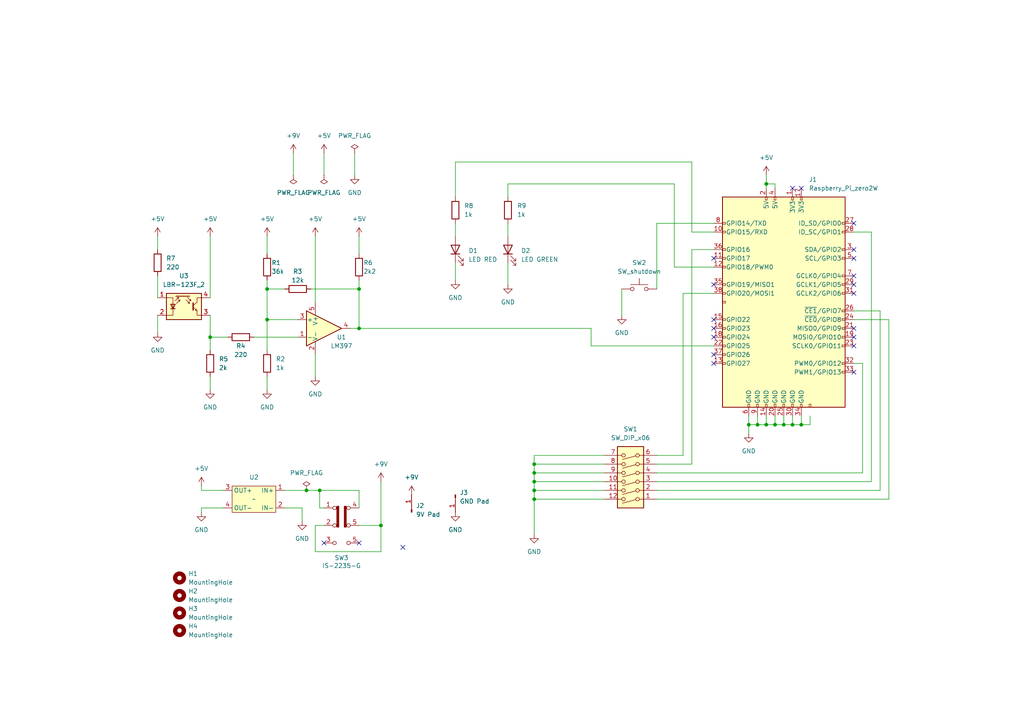
<source format=kicad_sch>
(kicad_sch (version 20231120) (generator "eeschema") (generator_version "8.0")
  (paper "A4")
  (title_block (title "FILM MAGAZINE") (rev "1") (company "frogman crafts"))
  (lib_symbols
    (symbol "Comparator:LM397" (pin_names (offset 0.127))
      (property "Reference" "U" (at 1.27 5.08 0))
      (property "Value" "LM397" (at 3.81 -5.08 0))
      (symbol "LM397_0_1"
        (polyline (pts (xy -5.08 5.08) (xy 5.08 0) (xy -5.08 -5.08) (xy -5.08 5.08)) (stroke (width 0.254)) (fill (type background)))
      )
      (symbol "LM397_1_1"
        (pin input line (at -7.62 -2.54 0) (length 2.54) (name "-") (number "1"))
        (pin power_in line (at -2.54 -7.62 90) (length 3.81) (name "V-") (number "2"))
        (pin input line (at -7.62 2.54 0) (length 2.54) (name "+") (number "3"))
        (pin open_collector line (at 7.62 0 180) (length 2.54) (name "~") (number "4"))
        (pin power_in line (at -2.54 7.62 270) (length 3.81) (name "V+") (number "5"))
      )
    )
    (symbol "Connector:Conn_01x01_Pin" (pin_names (offset 1.016) hide)
      (property "Reference" "J" (at 0 2.54 0))
      (property "Value" "Conn_01x01_Pin" (at 0 -2.54 0))
      (symbol "Conn_01x01_Pin_1_1"
        (polyline (pts (xy 1.27 0) (xy 0.8636 0)) (stroke (width 0.1524)))
        (rectangle (start 0.8636 0.127) (end 0 -0.127) (stroke (width 0.1524)) (fill (type outline)))
        (pin passive line (at 5.08 0 180) (length 3.81) (name "Pin_1") (number "1"))
      )
    )
    (symbol "Device:LED" (pin_numbers hide) (pin_names (offset 1.016) hide)
      (property "Reference" "D" (at 0 2.54 0))
      (property "Value" "LED" (at 0 -2.54 0))
      (symbol "LED_0_1"
        (polyline (pts (xy -1.27 -1.27) (xy -1.27 1.27)) (stroke (width 0.254)))
        (polyline (pts (xy -1.27 0) (xy 1.27 0)))
        (polyline (pts (xy 1.27 -1.27) (xy 1.27 1.27) (xy -1.27 0) (xy 1.27 -1.27)) (stroke (width 0.254)))
        (polyline (pts (xy -3.048 -0.762) (xy -4.572 -2.286) (xy -3.81 -2.286) (xy -4.572 -2.286) (xy -4.572 -1.524)))
        (polyline (pts (xy -1.778 -0.762) (xy -3.302 -2.286) (xy -2.54 -2.286) (xy -3.302 -2.286) (xy -3.302 -1.524)))
      )
      (symbol "LED_1_1"
        (pin passive line (at -3.81 0 0) (length 2.54) (name "K") (number "1"))
        (pin passive line (at 3.81 0 180) (length 2.54) (name "A") (number "2"))
      )
    )
    (symbol "Device:R" (pin_numbers hide) (pin_names (offset 0))
      (property "Reference" "R" (at 2.032 0 90))
      (property "Value" "R" (at 0 0 90))
      (symbol "R_0_1"
        (rectangle (start -1.016 -2.54) (end 1.016 2.54) (stroke (width 0.254)))
      )
      (symbol "R_1_1"
        (pin passive line (at 0 3.81 270) (length 1.27) (name "~") (number "1"))
        (pin passive line (at 0 -3.81 90) (length 1.27) (name "~") (number "2"))
      )
    )
    (symbol "Mechanical:MountingHole" (pin_names (offset 1.016))
      (property "Reference" "H" (at 0 5.08 0))
      (property "Value" "MountingHole" (at 0 3.175 0))
      (symbol "MountingHole_0_1"
        (circle (center 0 0) (radius 1.27) (stroke (width 1.27)))
      )
    )
    (symbol "Switch:SW_DIP_x06" (pin_names (offset 0) hide)
      (property "Reference" "SW" (at 0 11.43 0))
      (property "Value" "SW_DIP_x06" (at 0 -8.89 0))
      (symbol "SW_DIP_x06_0_0"
        (circle (center -2.032 -5.08) (radius 0.508))
        (circle (center -2.032 -2.54) (radius 0.508))
        (circle (center -2.032 0) (radius 0.508))
        (circle (center -2.032 2.54) (radius 0.508))
        (circle (center -2.032 5.08) (radius 0.508))
        (circle (center -2.032 7.62) (radius 0.508))
        (polyline (pts (xy -1.524 -4.9276) (xy 2.3622 -3.8862)))
        (polyline (pts (xy -1.524 -2.3876) (xy 2.3622 -1.3462)))
        (polyline (pts (xy -1.524 0.127) (xy 2.3622 1.1684)))
        (polyline (pts (xy -1.524 2.667) (xy 2.3622 3.7084)))
        (polyline (pts (xy -1.524 5.207) (xy 2.3622 6.2484)))
        (polyline (pts (xy -1.524 7.747) (xy 2.3622 8.7884)))
        (circle (center 2.032 -5.08) (radius 0.508))
        (circle (center 2.032 -2.54) (radius 0.508))
        (circle (center 2.032 0) (radius 0.508))
        (circle (center 2.032 2.54) (radius 0.508))
        (circle (center 2.032 5.08) (radius 0.508))
        (circle (center 2.032 7.62) (radius 0.508))
      )
      (symbol "SW_DIP_x06_0_1"
        (rectangle (start -3.81 10.16) (end 3.81 -7.62) (stroke (width 0.254)) (fill (type background)))
      )
      (symbol "SW_DIP_x06_1_1"
        (pin passive line (at -7.62 7.62 0) (length 5.08) (name "~") (number "1"))
        (pin passive line (at 7.62 2.54 180) (length 5.08) (name "~") (number "10"))
        (pin passive line (at 7.62 5.08 180) (length 5.08) (name "~") (number "11"))
        (pin passive line (at 7.62 7.62 180) (length 5.08) (name "~") (number "12"))
        (pin passive line (at -7.62 5.08 0) (length 5.08) (name "~") (number "2"))
        (pin passive line (at -7.62 2.54 0) (length 5.08) (name "~") (number "3"))
        (pin passive line (at -7.62 0 0) (length 5.08) (name "~") (number "4"))
        (pin passive line (at -7.62 -2.54 0) (length 5.08) (name "~") (number "5"))
        (pin passive line (at -7.62 -5.08 0) (length 5.08) (name "~") (number "6"))
        (pin passive line (at 7.62 -5.08 180) (length 5.08) (name "~") (number "7"))
        (pin passive line (at 7.62 -2.54 180) (length 5.08) (name "~") (number "8"))
        (pin passive line (at 7.62 0 180) (length 5.08) (name "~") (number "9"))
      )
    )
    (symbol "Switch:SW_Push" (pin_numbers hide) (pin_names (offset 1.016) hide)
      (property "Reference" "SW" (at 1.27 2.54 0))
      (property "Value" "SW_Push" (at 0 -1.524 0))
      (symbol "SW_Push_0_1"
        (circle (center -2.032 0) (radius 0.508))
        (polyline (pts (xy 0 1.27) (xy 0 3.048)))
        (polyline (pts (xy 2.54 1.27) (xy -2.54 1.27)))
        (circle (center 2.032 0) (radius 0.508))
        (pin passive line (at -5.08 0 0) (length 2.54) (name "1") (number "1"))
        (pin passive line (at 5.08 0 180) (length 2.54) (name "2") (number "2"))
      )
    )
    (symbol "crockwork_cinecamera:IS-2235-G" (pin_names (offset 0) hide)
      (property "Reference" "SW" (at 0 6.858 0))
      (property "Value" "IS-2235-G" (at 0 -8.128 0))
      (symbol "IS-2235-G_0_0"
        (circle (center -2.032 -5.08) (radius 0.508))
        (circle (center -2.032 5.08) (radius 0.508))
        (circle (center 2.032 -5.08) (radius 0.508))
        (circle (center 2.032 0) (radius 0.508))
      )
      (symbol "IS-2235-G_0_1"
        (circle (center -2.032 0) (radius 0.508))
        (circle (center 2.032 5.08) (radius 0.508))
      )
      (symbol "IS-2235-G_1_1"
        (rectangle (start -1.397 5.588) (end -0.762 -0.508) (fill (type outline)))
        (rectangle (start 0.762 5.588) (end 1.397 -0.508) (fill (type outline)))
        (pin passive line (at -5.08 5.08 0) (length 2.54) (name "A") (number "1"))
        (pin passive line (at -5.08 0 0) (length 2.54) (name "B") (number "2"))
        (pin passive line (at -5.08 -5.08 0) (length 2.54) (name "C") (number "3"))
        (pin passive line (at 5.08 5.08 180) (length 2.54) (name "C") (number "4"))
        (pin passive line (at 5.08 -5.08 180) (length 2.54) (name "A") (number "5"))
        (pin passive line (at 5.08 0 180) (length 2.54) (name "B") (number "5"))
      )
    )
    (symbol "crockwork_cinecamera:LBR-123F_2" (pin_names (offset 0.0254) hide)
      (property "Reference" "U" (at -3.81 5.08 0))
      (property "Value" "LBR-123F_2" (at 15.24 5.08 0))
      (symbol "LBR-123F_2_0_1"
        (polyline (pts (xy -3.81 -0.635) (xy -2.54 -0.635)) (stroke (width 0.254)))
        (polyline (pts (xy -2.286 2.921) (xy -2.032 3.175)))
        (polyline (pts (xy -1.778 2.921) (xy -1.524 3.175)))
        (polyline (pts (xy -1.524 2.667) (xy -1.651 2.159)))
        (polyline (pts (xy -1.27 2.921) (xy -1.016 3.175)))
        (polyline (pts (xy -1.143 1.905) (xy -1.27 1.397)))
        (polyline (pts (xy -0.762 2.921) (xy -0.508 3.175)))
        (polyline (pts (xy -0.254 2.921) (xy 0 3.175)))
        (polyline (pts (xy 0.254 2.921) (xy 0.508 3.175)))
        (polyline (pts (xy 0.762 2.921) (xy 1.016 3.175)))
        (polyline (pts (xy 1.27 2.921) (xy 1.524 3.175)))
        (polyline (pts (xy 1.651 0.889) (xy 1.143 1.016)))
        (polyline (pts (xy 1.778 2.921) (xy -2.413 2.921)))
        (polyline (pts (xy 2.032 1.651) (xy 1.524 1.778)))
        (polyline (pts (xy 2.667 0.254) (xy 3.81 1.27)))
        (polyline (pts (xy 2.794 -0.254) (xy 3.429 -0.889)))
        (polyline (pts (xy -2.54 1.651) (xy -1.524 2.667) (xy -2.032 2.54)))
        (polyline (pts (xy -2.159 0.889) (xy -1.143 1.905) (xy -1.651 1.778)))
        (polyline (pts (xy 0.635 1.905) (xy 1.651 0.889) (xy 1.524 1.397)))
        (polyline (pts (xy 1.016 2.667) (xy 2.032 1.651) (xy 1.905 2.159)))
        (polyline (pts (xy 2.667 1.016) (xy 2.667 -1.016) (xy 2.667 -1.016)) (stroke (width 0.3556)))
        (polyline (pts (xy 3.81 -1.27) (xy 3.81 -2.54) (xy 5.08 -2.54)))
        (polyline (pts (xy 3.81 1.27) (xy 3.81 2.54) (xy 5.08 2.54)))
        (polyline (pts (xy -5.08 -2.54) (xy -3.175 -2.54) (xy -3.175 2.54) (xy -5.08 2.54)))
        (polyline (pts (xy -3.175 -0.635) (xy -3.81 0.635) (xy -2.54 0.635) (xy -3.175 -0.635)) (stroke (width 0.254)))
        (polyline (pts (xy 3.81 -1.27) (xy 3.556 -0.762) (xy 3.302 -1.016) (xy 3.81 -1.27)))
        (polyline (pts (xy -5.08 -3.81) (xy 5.08 -3.81) (xy 5.08 3.81) (xy -5.08 3.81) (xy -5.08 -3.81)) (stroke (width 0.254)) (fill (type background)))
      )
      (symbol "LBR-123F_2_1_1"
        (pin input line (at -7.62 2.54 0) (length 2.54) (name "A") (number "1"))
        (pin power_in line (at -7.62 -2.54 0) (length 2.54) (name "K") (number "2"))
        (pin output line (at 7.62 -2.54 180) (length 2.54) (name "~") (number "3"))
        (pin power_in line (at 7.62 2.54 180) (length 2.54) (name "~") (number "4"))
      )
    )
    (symbol "crockwork_cinecamera:MP2307_DC-DC_converter_board"
      (property "Reference" "U" (at 1.27 5.08 0))
      (symbol "MP2307_DC-DC_converter_board_1_1"
        (rectangle (start -6.35 3.81) (end 6.35 -3.81) (fill (type background)))
        (pin power_in line (at 8.89 2.54 180) (length 2.54) (name "IN+") (number "1"))
        (pin power_in line (at 8.89 -2.54 180) (length 2.54) (name "IN-") (number "2"))
        (pin power_in line (at -8.89 2.54 0) (length 2.54) (name "OUT+") (number "3"))
        (pin power_in line (at -8.89 -2.54 0) (length 2.54) (name "OUT-") (number "4"))
      )
    )
    (symbol "crockwork_cinecamera:Raspberry_Pi_Zero2W_2x19" (pin_names (offset 1.016))
      (property "Reference" "J" (at -17.78 31.75 0))
      (property "Value" "Raspberry_Pi_zero2W" (at 10.16 -31.75 0))
      (symbol "Raspberry_Pi_Zero2W_2x19_0_1"
        (rectangle (start -17.78 30.48) (end 17.78 -30.48) (stroke (width 0.254)) (fill (type background)))
      )
      (symbol "Raspberry_Pi_Zero2W_2x19_1_1"
        (rectangle (start -16.891 -17.526) (end -17.78 -18.034))
        (rectangle (start -16.891 -14.986) (end -17.78 -15.494))
        (rectangle (start -16.891 -12.446) (end -17.78 -12.954))
        (rectangle (start -16.891 -9.906) (end -17.78 -10.414))
        (rectangle (start -16.891 -7.366) (end -17.78 -7.874))
        (rectangle (start -16.891 -4.826) (end -17.78 -5.334))
        (rectangle (start -16.891 0.254) (end -17.78 -0.254))
        (rectangle (start -16.891 2.794) (end -17.78 2.286))
        (rectangle (start -16.891 5.334) (end -17.78 4.826))
        (rectangle (start -16.891 10.414) (end -17.78 9.906))
        (rectangle (start -16.891 12.954) (end -17.78 12.446))
        (rectangle (start -16.891 15.494) (end -17.78 14.986))
        (rectangle (start -16.891 20.574) (end -17.78 20.066))
        (rectangle (start -16.891 23.114) (end -17.78 22.606))
        (rectangle (start -10.414 -29.591) (end -9.906 -30.48))
        (rectangle (start -7.874 -29.591) (end -7.366 -30.48))
        (rectangle (start -5.334 -29.591) (end -4.826 -30.48))
        (rectangle (start -5.334 30.48) (end -4.826 29.591))
        (rectangle (start -2.794 -29.591) (end -2.286 -30.48))
        (rectangle (start -2.794 30.48) (end -2.286 29.591))
        (rectangle (start -0.254 -29.591) (end 0.254 -30.48))
        (rectangle (start 2.286 -29.591) (end 2.794 -30.48))
        (rectangle (start 2.286 30.48) (end 2.794 29.591))
        (rectangle (start 4.826 -29.591) (end 5.334 -30.48))
        (rectangle (start 4.826 30.48) (end 5.334 29.591))
        (rectangle (start 7.366 -29.591) (end 7.874 -30.48))
        (rectangle (start 17.78 -20.066) (end 16.891 -20.574))
        (rectangle (start 17.78 -17.526) (end 16.891 -18.034))
        (rectangle (start 17.78 -12.446) (end 16.891 -12.954))
        (rectangle (start 17.78 -9.906) (end 16.891 -10.414))
        (rectangle (start 17.78 -7.366) (end 16.891 -7.874))
        (rectangle (start 17.78 -4.826) (end 16.891 -5.334))
        (rectangle (start 17.78 -2.286) (end 16.891 -2.794))
        (rectangle (start 17.78 2.794) (end 16.891 2.286))
        (rectangle (start 17.78 5.334) (end 16.891 4.826))
        (rectangle (start 17.78 7.874) (end 16.891 7.366))
        (rectangle (start 17.78 12.954) (end 16.891 12.446))
        (rectangle (start 17.78 15.494) (end 16.891 14.986))
        (rectangle (start 17.78 20.574) (end 16.891 20.066))
        (rectangle (start 17.78 23.114) (end 16.891 22.606))
        (pin power_in line (at 2.54 33.02 270) (length 2.54) (name "3V3") (number "1"))
        (pin bidirectional line (at -20.32 20.32 0) (length 2.54) (name "GPIO15/RXD") (number "10"))
        (pin bidirectional line (at -20.32 12.7 0) (length 2.54) (name "GPIO17") (number "11"))
        (pin bidirectional line (at -20.32 10.16 0) (length 2.54) (name "GPIO18/PWM0") (number "12"))
        (pin bidirectional line (at -20.32 -17.78 0) (length 2.54) (name "GPIO27") (number "13"))
        (pin power_in line (at -5.08 -33.02 90) (length 2.54) (name "GND") (number "14"))
        (pin bidirectional line (at -20.32 -5.08 0) (length 2.54) (name "GPIO22") (number "15"))
        (pin bidirectional line (at -20.32 -7.62 0) (length 2.54) (name "GPIO23") (number "16"))
        (pin power_in line (at 5.08 33.02 270) (length 2.54) (name "3V3") (number "17"))
        (pin bidirectional line (at -20.32 -10.16 0) (length 2.54) (name "GPIO24") (number "18"))
        (pin bidirectional line (at 20.32 -10.16 180) (length 2.54) (name "MOSI0/GPIO10") (number "19"))
        (pin power_in line (at -5.08 33.02 270) (length 2.54) (name "5V") (number "2"))
        (pin power_in line (at -2.54 -33.02 90) (length 2.54) (name "GND") (number "20"))
        (pin bidirectional line (at 20.32 -7.62 180) (length 2.54) (name "MISO0/GPIO9") (number "21"))
        (pin bidirectional line (at -20.32 -12.7 0) (length 2.54) (name "GPIO25") (number "22"))
        (pin bidirectional line (at 20.32 -12.7 180) (length 2.54) (name "SCLK0/GPIO11") (number "23"))
        (pin bidirectional line (at 20.32 -5.08 180) (length 2.54) (name "~{CE0}/GPIO8") (number "24"))
        (pin power_in line (at 0 -33.02 90) (length 2.54) (name "GND") (number "25"))
        (pin bidirectional line (at 20.32 -2.54 180) (length 2.54) (name "~{CE1}/GPIO7") (number "26"))
        (pin bidirectional line (at 20.32 22.86 180) (length 2.54) (name "ID_SD/GPIO0") (number "27"))
        (pin bidirectional line (at 20.32 20.32 180) (length 2.54) (name "ID_SC/GPIO1") (number "28"))
        (pin bidirectional line (at 20.32 5.08 180) (length 2.54) (name "GCLK1/GPIO5") (number "29"))
        (pin bidirectional line (at 20.32 15.24 180) (length 2.54) (name "SDA/GPIO2") (number "3"))
        (pin power_in line (at 2.54 -33.02 90) (length 2.54) (name "GND") (number "30"))
        (pin bidirectional line (at 20.32 2.54 180) (length 2.54) (name "GCLK2/GPIO6") (number "31"))
        (pin bidirectional line (at 20.32 -17.78 180) (length 2.54) (name "PWM0/GPIO12") (number "32"))
        (pin bidirectional line (at 20.32 -20.32 180) (length 2.54) (name "PWM1/GPIO13") (number "33"))
        (pin power_in line (at 5.08 -33.02 90) (length 2.54) (name "GND") (number "34"))
        (pin bidirectional line (at -20.32 5.08 0) (length 2.54) (name "GPIO19/MISO1") (number "35"))
        (pin bidirectional line (at -20.32 15.24 0) (length 2.54) (name "GPIO16") (number "36"))
        (pin bidirectional line (at -20.32 -15.24 0) (length 2.54) (name "GPIO26") (number "37"))
        (pin bidirectional line (at -20.32 2.54 0) (length 2.54) (name "GPIO20/MOSI1") (number "38"))
        (pin power_in line (at -2.54 33.02 270) (length 2.54) (name "5V") (number "4"))
        (pin bidirectional line (at 20.32 12.7 180) (length 2.54) (name "SCL/GPIO3") (number "5"))
        (pin power_in line (at -10.16 -33.02 90) (length 2.54) (name "GND") (number "6"))
        (pin bidirectional line (at 20.32 7.62 180) (length 2.54) (name "GCLK0/GPIO4") (number "7"))
        (pin bidirectional line (at -20.32 22.86 0) (length 2.54) (name "GPIO14/TXD") (number "8"))
        (pin power_in line (at -7.62 -33.02 90) (length 2.54) (name "GND") (number "9"))
      )
    )
    (symbol "power:+5V" (power) (pin_names (offset 0))
      (property "Value" "+5V" (at 0 3.556 0))
      (symbol "+5V_0_1"
        (polyline (pts (xy -0.762 1.27) (xy 0 2.54)))
        (polyline (pts (xy 0 0) (xy 0 2.54)))
        (polyline (pts (xy 0 2.54) (xy 0.762 1.27)))
      )
      (symbol "+5V_1_1"
        (pin power_in line (at 0 0 90) (length 0) hide (name "+5V") (number "1"))
      )
    )
    (symbol "power:+9V" (power) (pin_names (offset 0))
      (property "Value" "+9V" (at 0 3.556 0))
      (symbol "+9V_0_1"
        (polyline (pts (xy -0.762 1.27) (xy 0 2.54)))
        (polyline (pts (xy 0 0) (xy 0 2.54)))
        (polyline (pts (xy 0 2.54) (xy 0.762 1.27)))
      )
      (symbol "+9V_1_1"
        (pin power_in line (at 0 0 90) (length 0) hide (name "+9V") (number "1"))
      )
    )
    (symbol "power:GND" (power) (pin_names (offset 0))
      (property "Value" "GND" (at 0 -3.81 0))
      (symbol "GND_0_1"
        (polyline (pts (xy 0 0) (xy 0 -1.27) (xy 1.27 -1.27) (xy 0 -2.54) (xy -1.27 -1.27) (xy 0 -1.27)))
      )
      (symbol "GND_1_1"
        (pin power_in line (at 0 0 270) (length 0) hide (name "GND") (number "1"))
      )
    )
    (symbol "power:PWR_FLAG" (power) (pin_numbers hide) (pin_names (offset 0) hide)
      (property "Value" "PWR_FLAG" (at 0 3.81 0))
      (symbol "PWR_FLAG_0_0"
        (pin power_out line (at 0 0 90) (length 0) (name "pwr") (number "1"))
      )
      (symbol "PWR_FLAG_0_1"
        (polyline (pts (xy 0 0) (xy 0 1.27) (xy -1.016 1.905) (xy 0 2.54) (xy 1.016 1.905) (xy 0 1.27)))
      )
    )
  )
  (junction (at 222.25 53.34))
  (junction (at 104.14 95.25))
  (junction (at 154.94 134.62))
  (junction (at 217.17 123.19))
  (junction (at 219.71 123.19))
  (junction (at 88.9 142.24))
  (junction (at 154.94 142.24))
  (junction (at 154.94 139.7))
  (junction (at 77.47 83.82))
  (junction (at 154.94 137.16))
  (junction (at 222.25 123.19))
  (junction (at 77.47 92.71))
  (junction (at 232.41 123.19))
  (junction (at 104.14 83.82))
  (junction (at 154.94 144.78))
  (junction (at 227.33 123.19))
  (junction (at 224.79 123.19))
  (junction (at 229.87 123.19))
  (junction (at 110.49 152.4))
  (junction (at 60.96 97.79))
  (junction (at 92.71 142.24))
  (no_connect (at 247.65 64.77))
  (no_connect (at 93.98 157.48))
  (no_connect (at 247.65 107.95))
  (no_connect (at 207.01 95.25))
  (no_connect (at 207.01 74.93))
  (no_connect (at 116.84 158.75))
  (no_connect (at 247.65 97.79))
  (no_connect (at 247.65 85.09))
  (no_connect (at 229.87 54.61))
  (no_connect (at 247.65 72.39))
  (no_connect (at 207.01 97.79))
  (no_connect (at 247.65 95.25))
  (no_connect (at 207.01 102.87))
  (no_connect (at 247.65 100.33))
  (no_connect (at 207.01 105.41))
  (no_connect (at 207.01 82.55))
  (no_connect (at 247.65 80.01))
  (no_connect (at 207.01 92.71))
  (no_connect (at 104.14 157.48))
  (no_connect (at 247.65 82.55))
  (no_connect (at 232.41 54.61))
  (no_connect (at 247.65 74.93))
  (wire (pts (xy 91.44 102.87) (xy 91.44 109.22)))
  (wire (pts (xy 190.5 137.16) (xy 250.19 137.16)))
  (wire (pts (xy 91.44 160.02) (xy 110.49 160.02)))
  (wire (pts (xy 227.33 120.65) (xy 227.33 123.19)))
  (wire (pts (xy 171.45 95.25) (xy 104.14 95.25)))
  (wire (pts (xy 190.5 134.62) (xy 200.66 134.62)))
  (wire (pts (xy 60.96 97.79) (xy 66.04 97.79)))
  (wire (pts (xy 60.96 97.79) (xy 60.96 101.6)))
  (wire (pts (xy 87.63 147.32) (xy 87.63 151.13)))
  (wire (pts (xy 232.41 120.65) (xy 232.41 123.19)))
  (wire (pts (xy 104.14 142.24) (xy 104.14 147.32)))
  (wire (pts (xy 234.95 123.19) (xy 234.95 120.65)))
  (wire (pts (xy 77.47 83.82) (xy 77.47 92.71)))
  (wire (pts (xy 77.47 81.28) (xy 77.47 83.82)))
  (wire (pts (xy 154.94 137.16) (xy 175.26 137.16)))
  (wire (pts (xy 93.98 152.4) (xy 91.44 152.4)))
  (wire (pts (xy 217.17 123.19) (xy 217.17 125.73)))
  (wire (pts (xy 255.27 90.17) (xy 247.65 90.17)))
  (wire (pts (xy 154.94 144.78) (xy 154.94 142.24)))
  (wire (pts (xy 77.47 83.82) (xy 82.55 83.82)))
  (wire (pts (xy 102.87 44.45) (xy 102.87 50.8)))
  (wire (pts (xy 257.81 92.71) (xy 257.81 144.78)))
  (wire (pts (xy 82.55 142.24) (xy 88.9 142.24)))
  (wire (pts (xy 91.44 68.58) (xy 91.44 87.63)))
  (wire (pts (xy 222.25 120.65) (xy 222.25 123.19)))
  (wire (pts (xy 217.17 123.19) (xy 219.71 123.19)))
  (wire (pts (xy 154.94 142.24) (xy 175.26 142.24)))
  (wire (pts (xy 224.79 53.34) (xy 224.79 54.61)))
  (wire (pts (xy 198.12 85.09) (xy 207.01 85.09)))
  (wire (pts (xy 58.42 140.97) (xy 58.42 142.24)))
  (wire (pts (xy 190.5 64.77) (xy 207.01 64.77)))
  (wire (pts (xy 207.01 67.31) (xy 200.66 67.31)))
  (wire (pts (xy 222.25 53.34) (xy 222.25 54.61)))
  (wire (pts (xy 195.58 53.34) (xy 147.32 53.34)))
  (wire (pts (xy 77.47 92.71) (xy 77.47 101.6)))
  (wire (pts (xy 91.44 152.4) (xy 91.44 160.02)))
  (wire (pts (xy 93.98 44.45) (xy 93.98 50.8)))
  (wire (pts (xy 195.58 77.47) (xy 195.58 53.34)))
  (wire (pts (xy 132.08 76.2) (xy 132.08 81.28)))
  (wire (pts (xy 92.71 142.24) (xy 104.14 142.24)))
  (wire (pts (xy 154.94 132.08) (xy 175.26 132.08)))
  (wire (pts (xy 45.72 91.44) (xy 45.72 96.52)))
  (wire (pts (xy 92.71 147.32) (xy 92.71 142.24)))
  (wire (pts (xy 255.27 90.17) (xy 255.27 142.24)))
  (wire (pts (xy 92.71 142.24) (xy 88.9 142.24)))
  (wire (pts (xy 132.08 64.77) (xy 132.08 68.58)))
  (wire (pts (xy 229.87 120.65) (xy 229.87 123.19)))
  (wire (pts (xy 147.32 64.77) (xy 147.32 68.58)))
  (wire (pts (xy 217.17 120.65) (xy 217.17 123.19)))
  (wire (pts (xy 247.65 92.71) (xy 257.81 92.71)))
  (wire (pts (xy 101.6 95.25) (xy 104.14 95.25)))
  (wire (pts (xy 104.14 152.4) (xy 110.49 152.4)))
  (wire (pts (xy 171.45 100.33) (xy 171.45 95.25)))
  (wire (pts (xy 77.47 92.71) (xy 86.36 92.71)))
  (wire (pts (xy 219.71 120.65) (xy 219.71 123.19)))
  (wire (pts (xy 250.19 105.41) (xy 247.65 105.41)))
  (wire (pts (xy 154.94 139.7) (xy 175.26 139.7)))
  (wire (pts (xy 190.5 142.24) (xy 255.27 142.24)))
  (wire (pts (xy 252.73 139.7) (xy 252.73 67.31)))
  (wire (pts (xy 195.58 77.47) (xy 207.01 77.47)))
  (wire (pts (xy 154.94 144.78) (xy 154.94 154.94)))
  (wire (pts (xy 154.94 134.62) (xy 154.94 137.16)))
  (wire (pts (xy 45.72 68.58) (xy 45.72 72.39)))
  (wire (pts (xy 154.94 132.08) (xy 154.94 134.62)))
  (wire (pts (xy 147.32 57.15) (xy 147.32 53.34)))
  (wire (pts (xy 222.25 50.8) (xy 222.25 53.34)))
  (wire (pts (xy 154.94 134.62) (xy 175.26 134.62)))
  (wire (pts (xy 200.66 72.39) (xy 207.01 72.39)))
  (wire (pts (xy 229.87 123.19) (xy 232.41 123.19)))
  (wire (pts (xy 232.41 123.19) (xy 234.95 123.19)))
  (wire (pts (xy 190.5 139.7) (xy 252.73 139.7)))
  (wire (pts (xy 224.79 123.19) (xy 227.33 123.19)))
  (wire (pts (xy 154.94 139.7) (xy 154.94 142.24)))
  (wire (pts (xy 64.77 147.32) (xy 58.42 147.32)))
  (wire (pts (xy 58.42 147.32) (xy 58.42 148.59)))
  (wire (pts (xy 104.14 83.82) (xy 104.14 95.25)))
  (wire (pts (xy 60.96 68.58) (xy 60.96 86.36)))
  (wire (pts (xy 110.49 152.4) (xy 110.49 139.7)))
  (wire (pts (xy 224.79 120.65) (xy 224.79 123.19)))
  (wire (pts (xy 252.73 67.31) (xy 247.65 67.31)))
  (wire (pts (xy 82.55 147.32) (xy 87.63 147.32)))
  (wire (pts (xy 90.17 83.82) (xy 104.14 83.82)))
  (wire (pts (xy 190.5 132.08) (xy 198.12 132.08)))
  (wire (pts (xy 92.71 147.32) (xy 93.98 147.32)))
  (wire (pts (xy 250.19 137.16) (xy 250.19 105.41)))
  (wire (pts (xy 200.66 72.39) (xy 200.66 134.62)))
  (wire (pts (xy 85.09 44.45) (xy 85.09 50.8)))
  (wire (pts (xy 180.34 83.82) (xy 180.34 91.44)))
  (wire (pts (xy 60.96 109.22) (xy 60.96 113.03)))
  (wire (pts (xy 222.25 123.19) (xy 224.79 123.19)))
  (wire (pts (xy 207.01 100.33) (xy 171.45 100.33)))
  (wire (pts (xy 132.08 46.99) (xy 200.66 46.99)))
  (wire (pts (xy 190.5 83.82) (xy 190.5 64.77)))
  (wire (pts (xy 64.77 142.24) (xy 58.42 142.24)))
  (wire (pts (xy 104.14 81.28) (xy 104.14 83.82)))
  (wire (pts (xy 104.14 68.58) (xy 104.14 73.66)))
  (wire (pts (xy 132.08 46.99) (xy 132.08 57.15)))
  (wire (pts (xy 227.33 123.19) (xy 229.87 123.19)))
  (wire (pts (xy 45.72 80.01) (xy 45.72 86.36)))
  (wire (pts (xy 154.94 137.16) (xy 154.94 139.7)))
  (wire (pts (xy 200.66 67.31) (xy 200.66 46.99)))
  (wire (pts (xy 60.96 91.44) (xy 60.96 97.79)))
  (wire (pts (xy 73.66 97.79) (xy 86.36 97.79)))
  (wire (pts (xy 77.47 68.58) (xy 77.47 73.66)))
  (wire (pts (xy 147.32 76.2) (xy 147.32 82.55)))
  (wire (pts (xy 77.47 109.22) (xy 77.47 113.03)))
  (wire (pts (xy 154.94 144.78) (xy 175.26 144.78)))
  (wire (pts (xy 198.12 85.09) (xy 198.12 132.08)))
  (wire (pts (xy 222.25 53.34) (xy 224.79 53.34)))
  (wire (pts (xy 219.71 123.19) (xy 222.25 123.19)))
  (wire (pts (xy 110.49 160.02) (xy 110.49 152.4)))
  (wire (pts (xy 190.5 144.78) (xy 257.81 144.78)))
  (symbol (lib_id "power:+5V") (at 60.96 68.58 0) (unit 1)
    (property "Reference" "#PWR013" (effects (hide yes)))
    (property "Value" "+5V" (at 60.96 63.5 0))
  )
  (symbol (lib_id "Device:R") (at 60.96 105.41 0) (unit 1)
    (property "Reference" "R5" (at 63.5 104.14 0) (effects (justify left)))
    (property "Value" "2k" (at 63.5 106.68 0) (effects (justify left)))
    (property "Footprint" "Resistor_SMD:R_0805_2012Metric_Pad1.20x1.40mm_HandSolder" (effects (hide yes)))
  )
  (symbol (lib_id "crockwork_cinecamera:Raspberry_Pi_Zero2W_2x19") (at 227.33 87.63 0) (unit 1)
    (property "Reference" "J1" (at 234.6041 52.07 0) (effects (justify left)))
    (property "Value" "Raspberry_Pi_zero2W" (at 234.6041 54.61 0) (effects (justify left)))
    (property "Footprint" "clock_work_camera:raspberry Pi socket 2x19" (effects (hide yes)))
    (property "Datasheet" "https://www.raspberrypi.org/documentation/hardware/raspberrypi/schematics/rpi_SCH_3bplus_1p0_reduced.pdf" (effects (hide yes)))
  )
  (symbol (lib_id "power:+9V") (at 110.49 139.7 0) (unit 1)
    (property "Reference" "#PWR011" (effects (hide yes)))
    (property "Value" "+9V" (at 110.49 134.62 0))
  )
  (symbol (lib_id "power:+5V") (at 77.47 68.58 0) (unit 1)
    (property "Reference" "#PWR08" (effects (hide yes)))
    (property "Value" "+5V" (at 77.47 63.5 0))
  )
  (symbol (lib_id "power:GND") (at 58.42 148.59 0) (unit 1)
    (property "Reference" "#PWR018" (effects (hide yes)))
    (property "Value" "GND" (at 58.42 153.67 0))
  )
  (symbol (lib_id "Mechanical:MountingHole") (at 52.07 167.64 0) (unit 1)
    (property "Reference" "H1" (at 54.61 166.37 0) (effects (justify left)))
    (property "Value" "MountingHole" (at 54.61 168.91 0) (effects (justify left)))
    (property "Footprint" "MountingHole:MountingHole_2.1mm" (effects (hide yes)))
  )
  (symbol (lib_id "power:GND") (at 77.47 113.03 0) (unit 1)
    (property "Reference" "#PWR05" (effects (hide yes)))
    (property "Value" "GND" (at 77.47 118.11 0))
  )
  (symbol (lib_id "Device:LED") (at 147.32 72.39 90) (unit 1)
    (property "Reference" "D2" (at 151.13 72.7075 90) (effects (justify right)))
    (property "Value" "LED GREEN" (at 151.13 75.2475 90) (effects (justify right)))
    (property "Footprint" "LED_THT:LED_D3.0mm" (effects (hide yes)))
  )
  (symbol (lib_id "power:PWR_FLAG") (at 85.09 50.8 180) (unit 1)
    (property "Reference" "#FLG03" (effects (hide yes)))
    (property "Value" "PWR_FLAG" (at 85.09 55.88 0))
  )
  (symbol (lib_id "power:GND") (at 217.17 125.73 0) (unit 1)
    (property "Reference" "#PWR023" (effects (hide yes)))
    (property "Value" "GND" (at 217.17 130.81 0))
  )
  (symbol (lib_id "power:GND") (at 154.94 154.94 0) (unit 1)
    (property "Reference" "#PWR010" (effects (hide yes)))
    (property "Value" "GND" (at 154.94 160.02 0))
  )
  (symbol (lib_id "Mechanical:MountingHole") (at 52.07 177.8 0) (unit 1)
    (property "Reference" "H3" (at 54.61 176.53 0) (effects (justify left)))
    (property "Value" "MountingHole" (at 54.61 179.07 0) (effects (justify left)))
    (property "Footprint" "MountingHole:MountingHole_2.1mm" (effects (hide yes)))
  )
  (symbol (lib_id "power:GND") (at 102.87 50.8 0) (unit 1)
    (property "Reference" "#PWR021" (effects (hide yes)))
    (property "Value" "GND" (at 102.87 55.88 0))
  )
  (symbol (lib_id "power:+5V") (at 58.42 140.97 0) (unit 1)
    (property "Reference" "#PWR012" (effects (hide yes)))
    (property "Value" "+5V" (at 58.42 135.89 0))
  )
  (symbol (lib_id "crockwork_cinecamera:LBR-123F_2") (at 53.34 88.9 0) (unit 1)
    (property "Reference" "U3" (at 53.34 80.01 0))
    (property "Value" "LBR-123F_2" (at 53.34 82.55 0))
    (property "Footprint" "clock_work_camera:LBR-123F_2" (effects (hide yes)))
    (property "Datasheet" "https://akizukidenshi.com/goodsaffix/lbr-123f.pdf" (effects (hide yes)))
  )
  (symbol (lib_id "Switch:SW_Push") (at 185.42 83.82 0) (unit 1)
    (property "Reference" "SW2" (at 185.42 76.2 0))
    (property "Value" "SW_shutdown" (at 185.42 78.74 0))
    (property "Footprint" "Button_Switch_THT:SW_PUSH_6mm" (effects (hide yes)))
  )
  (symbol (lib_id "power:GND") (at 60.96 113.03 0) (unit 1)
    (property "Reference" "#PWR07" (effects (hide yes)))
    (property "Value" "GND" (at 60.96 118.11 0))
  )
  (symbol (lib_id "Switch:SW_DIP_x06") (at 182.88 137.16 180) (unit 1)
    (property "Reference" "SW1" (at 182.88 124.46 0))
    (property "Value" "SW_DIP_x06" (at 182.88 127 0))
    (property "Footprint" "Button_Switch_THT:SW_DIP_SPSTx06_Slide_9.78x17.42mm_W7.62mm_P2.54mm" (effects (hide yes)))
  )
  (symbol (lib_id "power:PWR_FLAG") (at 93.98 50.8 180) (unit 1)
    (property "Reference" "#FLG02" (effects (hide yes)))
    (property "Value" "PWR_FLAG" (at 93.98 55.88 0))
  )
  (symbol (lib_id "power:GND") (at 91.44 109.22 0) (unit 1)
    (property "Reference" "#PWR02" (effects (hide yes)))
    (property "Value" "GND" (at 91.44 114.3 0))
  )
  (symbol (lib_id "power:+5V") (at 222.25 50.8 0) (unit 1)
    (property "Reference" "#PWR03" (effects (hide yes)))
    (property "Value" "+5V" (at 222.25 45.72 0))
  )
  (symbol (lib_id "Device:R") (at 69.85 97.79 90) (unit 1)
    (property "Reference" "R4" (at 69.85 100.33 90))
    (property "Value" "220" (at 69.85 102.87 90))
    (property "Footprint" "Resistor_SMD:R_0805_2012Metric_Pad1.20x1.40mm_HandSolder" (effects (hide yes)))
  )
  (symbol (lib_id "Mechanical:MountingHole") (at 52.07 182.88 0) (unit 1)
    (property "Reference" "H4" (at 54.61 181.61 0) (effects (justify left)))
    (property "Value" "MountingHole" (at 54.61 184.15 0) (effects (justify left)))
    (property "Footprint" "MountingHole:MountingHole_2.1mm" (effects (hide yes)))
  )
  (symbol (lib_id "crockwork_cinecamera:IS-2235-G") (at 99.06 152.4 0) (unit 1)
    (property "Reference" "SW3" (at 99.06 161.798 0))
    (property "Value" "IS-2235-G" (at 99.06 164.084 0))
    (property "Footprint" "clock_work_camera:IS-2235-G" (effects (hide yes)))
    (property "Description" "Slide Switch, dual pole double throw" (effects (hide yes)))
  )
  (symbol (lib_id "Device:R") (at 147.32 60.96 0) (unit 1)
    (property "Reference" "R9" (at 149.9816 59.69 0) (effects (justify left)))
    (property "Value" "1k" (at 149.9816 62.23 0) (effects (justify left)))
    (property "Footprint" "Resistor_SMD:R_0805_2012Metric_Pad1.20x1.40mm_HandSolder" (effects (hide yes)))
  )
  (symbol (lib_id "Device:R") (at 86.36 83.82 90) (unit 1)
    (property "Reference" "R3" (at 86.36 78.74 90))
    (property "Value" "12k" (at 86.36 81.28 90))
    (property "Footprint" "Resistor_SMD:R_0805_2012Metric_Pad1.20x1.40mm_HandSolder" (effects (hide yes)))
  )
  (symbol (lib_id "Comparator:LM397") (at 93.98 95.25 0) (unit 1)
    (property "Reference" "U1" (at 99.06 97.79 0))
    (property "Value" "LM397" (at 99.06 100.33 0))
    (property "Footprint" "Package_TO_SOT_SMD:SOT-23-5" (effects (hide yes)))
    (property "Datasheet" "http://www.ti.com/lit/ds/symlink/lm397.pdf" (effects (hide yes)))
  )
  (symbol (lib_id "power:+5V") (at 104.14 68.58 0) (unit 1)
    (property "Reference" "#PWR04" (effects (hide yes)))
    (property "Value" "+5V" (at 104.14 63.5 0))
  )
  (symbol (lib_id "Mechanical:MountingHole") (at 52.07 172.72 0) (unit 1)
    (property "Reference" "H2" (at 54.61 171.45 0) (effects (justify left)))
    (property "Value" "MountingHole" (at 54.61 173.99 0) (effects (justify left)))
    (property "Footprint" "MountingHole:MountingHole_2.1mm" (effects (hide yes)))
  )
  (symbol (lib_id "Connector:Conn_01x01_Pin") (at 132.08 143.51 270) (unit 1)
    (property "Reference" "J3" (at 133.35 142.875 90) (effects (justify left)))
    (property "Value" "GND Pad" (at 133.35 145.415 90) (effects (justify left)))
    (property "Footprint" "Connector_Wire:SolderWirePad_1x01_SMD_1x2mm" (effects (hide yes)))
  )
  (symbol (lib_id "power:GND") (at 132.08 81.28 0) (unit 1)
    (property "Reference" "#PWR016" (effects (hide yes)))
    (property "Value" "GND" (at 132.08 86.36 0))
  )
  (symbol (lib_id "power:+5V") (at 45.72 68.58 0) (unit 1)
    (property "Reference" "#PWR014" (effects (hide yes)))
    (property "Value" "+5V" (at 45.72 63.5 0))
  )
  (symbol (lib_id "power:GND") (at 87.63 151.13 0) (unit 1)
    (property "Reference" "#PWR019" (effects (hide yes)))
    (property "Value" "GND" (at 87.63 156.21 0))
  )
  (symbol (lib_id "power:+5V") (at 93.98 44.45 0) (unit 1)
    (property "Reference" "#PWR015" (effects (hide yes)))
    (property "Value" "+5V" (at 93.98 39.37 0))
  )
  (symbol (lib_id "Device:R") (at 45.72 76.2 0) (unit 1)
    (property "Reference" "R7" (at 48.2107 74.93 0) (effects (justify left)))
    (property "Value" "220" (at 48.2107 77.47 0) (effects (justify left)))
    (property "Footprint" "Resistor_SMD:R_0805_2012Metric_Pad1.20x1.40mm_HandSolder" (effects (hide yes)))
  )
  (symbol (lib_id "Device:R") (at 77.47 77.47 0) (unit 1)
    (property "Reference" "R1" (at 78.74 76.2 0) (effects (justify left)))
    (property "Value" "36k" (at 78.74 78.74 0) (effects (justify left)))
    (property "Footprint" "Resistor_SMD:R_0805_2012Metric_Pad1.20x1.40mm_HandSolder" (effects (hide yes)))
  )
  (symbol (lib_id "power:GND") (at 45.72 96.52 0) (unit 1)
    (property "Reference" "#PWR09" (effects (hide yes)))
    (property "Value" "GND" (at 45.72 101.6 0))
  )
  (symbol (lib_id "Device:R") (at 104.14 77.47 0) (unit 1)
    (property "Reference" "R6" (at 105.41 76.2 0) (effects (justify left)))
    (property "Value" "2k2" (at 105.41 78.74 0) (effects (justify left)))
    (property "Footprint" "Resistor_SMD:R_0805_2012Metric_Pad1.20x1.40mm_HandSolder" (effects (hide yes)))
  )
  (symbol (lib_id "Connector:Conn_01x01_Pin") (at 119.38 148.59 90) (unit 1)
    (property "Reference" "J2" (at 120.65 146.685 90) (effects (justify right)))
    (property "Value" "9V Pad" (at 120.65 149.225 90) (effects (justify right)))
    (property "Footprint" "Connector_Wire:SolderWirePad_1x01_SMD_1x2mm" (effects (hide yes)))
  )
  (symbol (lib_id "Device:LED") (at 132.08 72.39 90) (unit 1)
    (property "Reference" "D1" (at 135.89 72.7075 90) (effects (justify right)))
    (property "Value" "LED RED" (at 135.89 75.2475 90) (effects (justify right)))
    (property "Footprint" "LED_THT:LED_D3.0mm" (effects (hide yes)))
  )
  (symbol (lib_id "power:GND") (at 147.32 82.55 0) (unit 1)
    (property "Reference" "#PWR017" (effects (hide yes)))
    (property "Value" "GND" (at 147.32 87.63 0))
  )
  (symbol (lib_id "power:PWR_FLAG") (at 88.9 142.24 0) (unit 1)
    (property "Reference" "#FLG04" (effects (hide yes)))
    (property "Value" "PWR_FLAG" (at 88.9 137.16 0))
  )
  (symbol (lib_id "crockwork_cinecamera:MP2307_DC-DC_converter_board") (at 73.66 144.78 0) (unit 1)
    (property "Reference" "U2" (at 73.66 138.43 0))
    (property "Value" "~" (at 73.66 144.78 0))
    (property "Footprint" "clock_work_camera:MP2307 DC-DC Board" (effects (hide yes)))
  )
  (symbol (lib_id "power:PWR_FLAG") (at 102.87 44.45 0) (unit 1)
    (property "Reference" "#FLG01" (effects (hide yes)))
    (property "Value" "PWR_FLAG" (at 102.87 39.37 0))
  )
  (symbol (lib_id "Device:R") (at 132.08 60.96 0) (unit 1)
    (property "Reference" "R8" (at 134.62 59.69 0) (effects (justify left)))
    (property "Value" "1k" (at 134.62 62.23 0) (effects (justify left)))
    (property "Footprint" "Resistor_SMD:R_0805_2012Metric_Pad1.20x1.40mm_HandSolder" (effects (hide yes)))
  )
  (symbol (lib_id "power:+9V") (at 119.38 143.51 0) (unit 1)
    (property "Reference" "#PWR01" (effects (hide yes)))
    (property "Value" "+9V" (at 119.38 138.43 0))
  )
  (symbol (lib_id "Device:R") (at 77.47 105.41 0) (unit 1)
    (property "Reference" "R2" (at 80.01 104.14 0) (effects (justify left)))
    (property "Value" "1k" (at 80.01 106.68 0) (effects (justify left)))
    (property "Footprint" "Resistor_SMD:R_0805_2012Metric_Pad1.20x1.40mm_HandSolder" (effects (hide yes)))
  )
  (symbol (lib_id "power:+5V") (at 91.44 68.58 0) (unit 1)
    (property "Reference" "#PWR06" (effects (hide yes)))
    (property "Value" "+5V" (at 91.44 63.5 0))
  )
  (symbol (lib_id "power:GND") (at 132.08 148.59 0) (unit 1)
    (property "Reference" "#PWR024" (effects (hide yes)))
    (property "Value" "GND" (at 132.08 153.67 0))
  )
  (symbol (lib_id "power:GND") (at 180.34 91.44 0) (unit 1)
    (property "Reference" "#PWR020" (effects (hide yes)))
    (property "Value" "GND" (at 180.34 96.52 0))
  )
  (symbol (lib_id "power:+9V") (at 85.09 44.45 0) (unit 1)
    (property "Reference" "#PWR022" (effects (hide yes)))
    (property "Value" "+9V" (at 85.09 39.37 0))
  )
)
</source>
